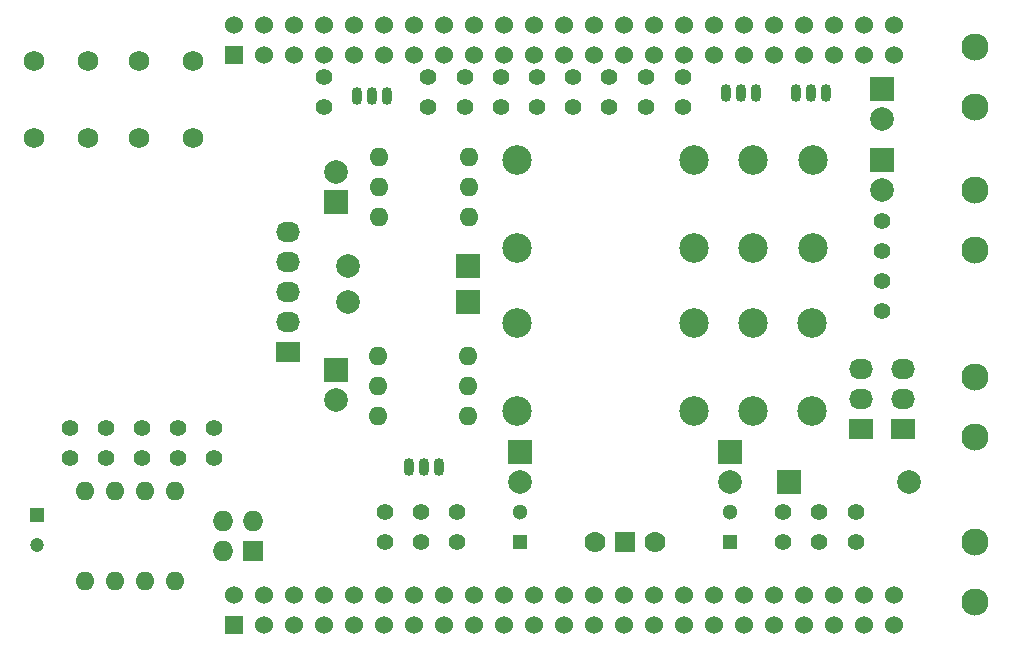
<source format=gts>
G04 #@! TF.FileFunction,Soldermask,Top*
%FSLAX46Y46*%
G04 Gerber Fmt 4.6, Leading zero omitted, Abs format (unit mm)*
G04 Created by KiCad (PCBNEW 4.0.1-3.201512221401+6198~38~ubuntu15.10.1-stable) date Mon 11 Jan 2016 07:04:30 PM EST*
%MOMM*%
G01*
G04 APERTURE LIST*
%ADD10C,0.150000*%
%ADD11R,1.300000X1.300000*%
%ADD12C,1.300000*%
%ADD13R,2.000000X2.000000*%
%ADD14C,2.000000*%
%ADD15C,1.998980*%
%ADD16R,1.998980X1.998980*%
%ADD17R,2.032000X1.727200*%
%ADD18O,2.032000X1.727200*%
%ADD19O,0.899160X1.501140*%
%ADD20O,1.600000X1.600000*%
%ADD21C,1.397000*%
%ADD22C,2.300000*%
%ADD23R,1.200000X1.200000*%
%ADD24C,1.200000*%
%ADD25R,1.524000X1.524000*%
%ADD26C,1.524000*%
%ADD27C,1.778000*%
%ADD28R,1.778000X1.778000*%
%ADD29C,1.750000*%
%ADD30C,2.500000*%
%ADD31R,1.727200X1.727200*%
%ADD32O,1.727200X1.727200*%
G04 APERTURE END LIST*
D10*
D11*
X156210000Y-130770000D03*
D12*
X156210000Y-128270000D03*
D11*
X138430000Y-130770000D03*
D12*
X138430000Y-128270000D03*
D13*
X156210000Y-123190000D03*
D14*
X156210000Y-125730000D03*
D13*
X138430000Y-123190000D03*
D14*
X138430000Y-125730000D03*
D13*
X169100500Y-92456000D03*
D14*
X169100500Y-94996000D03*
D13*
X169100500Y-98425000D03*
D14*
X169100500Y-100965000D03*
D15*
X123825000Y-107447080D03*
D16*
X133985000Y-107447080D03*
D15*
X123825000Y-110492540D03*
D16*
X133985000Y-110492540D03*
D15*
X171323000Y-125730000D03*
D16*
X161163000Y-125730000D03*
D17*
X118745000Y-114681000D03*
D18*
X118745000Y-112141000D03*
X118745000Y-109601000D03*
X118745000Y-107061000D03*
X118745000Y-104521000D03*
D17*
X170878500Y-121221500D03*
D18*
X170878500Y-118681500D03*
X170878500Y-116141500D03*
D17*
X167322500Y-121221500D03*
D18*
X167322500Y-118681500D03*
X167322500Y-116141500D03*
D19*
X163068000Y-92773500D03*
X161798000Y-92773500D03*
X164338000Y-92773500D03*
X157099000Y-92773500D03*
X155829000Y-92773500D03*
X158369000Y-92773500D03*
X125920500Y-93027500D03*
X124650500Y-93027500D03*
X127190500Y-93027500D03*
X130302000Y-124460000D03*
X129032000Y-124460000D03*
X131572000Y-124460000D03*
D20*
X134112000Y-103251000D03*
X134112000Y-100711000D03*
X134112000Y-98171000D03*
X126492000Y-98171000D03*
X126492000Y-100711000D03*
X126492000Y-103251000D03*
X133985000Y-120142000D03*
X133985000Y-117602000D03*
X133985000Y-115062000D03*
X126365000Y-115062000D03*
X126365000Y-117602000D03*
X126365000Y-120142000D03*
X101600000Y-134112000D03*
X104140000Y-134112000D03*
X106680000Y-134112000D03*
X109220000Y-134112000D03*
X109220000Y-126492000D03*
X106680000Y-126492000D03*
X104140000Y-126492000D03*
X101600000Y-126492000D03*
D21*
X106426000Y-121158000D03*
X106426000Y-123698000D03*
X103378000Y-121158000D03*
X103378000Y-123698000D03*
X100330000Y-121158000D03*
X100330000Y-123698000D03*
X109474000Y-121158000D03*
X109474000Y-123698000D03*
X112522000Y-121158000D03*
X112522000Y-123698000D03*
X166878000Y-130810000D03*
X166878000Y-128270000D03*
X133096000Y-130810000D03*
X133096000Y-128270000D03*
X145986500Y-93980000D03*
X145986500Y-91440000D03*
X149098000Y-93980000D03*
X149098000Y-91440000D03*
X169100500Y-111252000D03*
X169100500Y-108712000D03*
X152209500Y-93980000D03*
X152209500Y-91440000D03*
X142875000Y-93980000D03*
X142875000Y-91440000D03*
X169100500Y-106172000D03*
X169100500Y-103632000D03*
X127000000Y-130810000D03*
X127000000Y-128270000D03*
X130048000Y-130810000D03*
X130048000Y-128270000D03*
X130619500Y-93980000D03*
X130619500Y-91440000D03*
X136779000Y-93980000D03*
X136779000Y-91440000D03*
X133731000Y-93980000D03*
X133731000Y-91440000D03*
X139827000Y-93980000D03*
X139827000Y-91440000D03*
X160655000Y-130810000D03*
X160655000Y-128270000D03*
X163766500Y-130810000D03*
X163766500Y-128270000D03*
X121793000Y-93980000D03*
X121793000Y-91440000D03*
D22*
X176930000Y-130810000D03*
X176930000Y-135890000D03*
X176930000Y-116840000D03*
X176930000Y-121920000D03*
X176930000Y-88900000D03*
X176930000Y-93980000D03*
X176930000Y-100965000D03*
X176930000Y-106045000D03*
D23*
X97536000Y-128524000D03*
D24*
X97536000Y-131024000D03*
D25*
X114173000Y-89535000D03*
D26*
X114173000Y-86995000D03*
X116713000Y-89535000D03*
X116713000Y-86995000D03*
X119253000Y-89535000D03*
X119253000Y-86995000D03*
X121793000Y-89535000D03*
X121793000Y-86995000D03*
X124333000Y-89535000D03*
X124333000Y-86995000D03*
X126873000Y-89535000D03*
X126873000Y-86995000D03*
X129413000Y-89535000D03*
X129413000Y-86995000D03*
X131953000Y-89535000D03*
X131953000Y-86995000D03*
X134493000Y-89535000D03*
X134493000Y-86995000D03*
X137033000Y-89535000D03*
X137033000Y-86995000D03*
X139573000Y-89535000D03*
X139573000Y-86995000D03*
X142113000Y-89535000D03*
X142113000Y-86995000D03*
X144653000Y-89535000D03*
X144653000Y-86995000D03*
X147193000Y-89535000D03*
X147193000Y-86995000D03*
X149733000Y-89535000D03*
X149733000Y-86995000D03*
X152273000Y-89535000D03*
X152273000Y-86995000D03*
X154813000Y-89535000D03*
X154813000Y-86995000D03*
X157353000Y-89535000D03*
X157353000Y-86995000D03*
X159893000Y-89535000D03*
X159893000Y-86995000D03*
X162433000Y-89535000D03*
X162433000Y-86995000D03*
X164973000Y-89535000D03*
X164973000Y-86995000D03*
X167513000Y-89535000D03*
X167513000Y-86995000D03*
X170053000Y-89535000D03*
X170053000Y-86995000D03*
X114173000Y-135255000D03*
X116713000Y-137795000D03*
X116713000Y-135255000D03*
X119253000Y-137795000D03*
X119253000Y-135255000D03*
X121793000Y-137795000D03*
X121793000Y-135255000D03*
X124333000Y-137795000D03*
X124333000Y-135255000D03*
X126873000Y-137795000D03*
X126873000Y-135255000D03*
X129413000Y-137795000D03*
X129413000Y-135255000D03*
X131953000Y-137795000D03*
X131953000Y-135255000D03*
X134493000Y-137795000D03*
X134493000Y-135255000D03*
X137033000Y-137795000D03*
X137033000Y-135255000D03*
X139573000Y-137795000D03*
X139573000Y-135255000D03*
X142113000Y-137795000D03*
X142113000Y-135255000D03*
X144653000Y-137795000D03*
X144653000Y-135255000D03*
X147193000Y-137795000D03*
X147193000Y-135255000D03*
X149733000Y-137795000D03*
X149733000Y-135255000D03*
X152273000Y-137795000D03*
X152273000Y-135255000D03*
X154813000Y-137795000D03*
X154813000Y-135255000D03*
X157353000Y-137795000D03*
X157353000Y-135255000D03*
X159893000Y-137795000D03*
X159893000Y-135255000D03*
X162433000Y-137795000D03*
X162433000Y-135255000D03*
X164973000Y-137795000D03*
X164973000Y-135255000D03*
X167513000Y-137795000D03*
X167513000Y-135255000D03*
X170053000Y-137795000D03*
X170053000Y-135255000D03*
D25*
X114173000Y-137795000D03*
D27*
X149860000Y-130810000D03*
D28*
X147320000Y-130810000D03*
D27*
X144780000Y-130810000D03*
D29*
X101818000Y-96595000D03*
X97318000Y-96595000D03*
X101818000Y-90095000D03*
X97318000Y-90095000D03*
X110708000Y-96595000D03*
X106208000Y-96595000D03*
X110708000Y-90095000D03*
X106208000Y-90095000D03*
D30*
X138195000Y-105925000D03*
X153195000Y-105925000D03*
X158195000Y-105925000D03*
X163195000Y-105925000D03*
X163195000Y-98425000D03*
X158195000Y-98425000D03*
X153195000Y-98425000D03*
X138195000Y-98425000D03*
X138176000Y-119750000D03*
X153176000Y-119750000D03*
X158176000Y-119750000D03*
X163176000Y-119750000D03*
X163176000Y-112250000D03*
X158176000Y-112250000D03*
X153176000Y-112250000D03*
X138176000Y-112250000D03*
D13*
X122872500Y-102044500D03*
D14*
X122872500Y-99504500D03*
D13*
X122872500Y-116205000D03*
D14*
X122872500Y-118745000D03*
D31*
X115824000Y-131572000D03*
D32*
X113284000Y-131572000D03*
X115824000Y-129032000D03*
X113284000Y-129032000D03*
M02*

</source>
